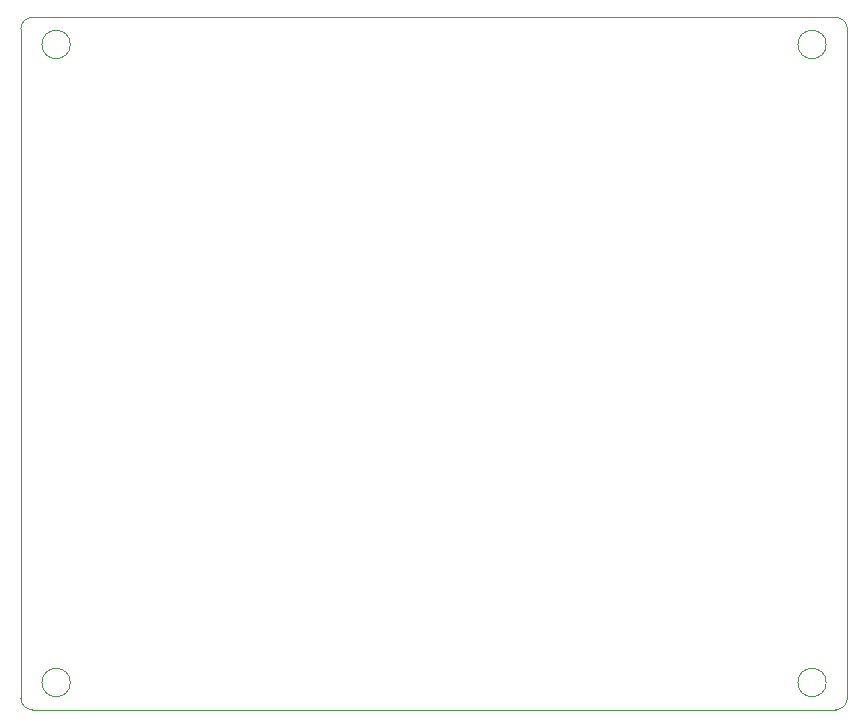
<source format=gbr>
G04 #@! TF.GenerationSoftware,KiCad,Pcbnew,7.0.10*
G04 #@! TF.CreationDate,2024-01-20T12:59:07+03:00*
G04 #@! TF.ProjectId,Eco_display,45636f5f-6469-4737-906c-61792e6b6963,rev?*
G04 #@! TF.SameCoordinates,Original*
G04 #@! TF.FileFunction,Profile,NP*
%FSLAX46Y46*%
G04 Gerber Fmt 4.6, Leading zero omitted, Abs format (unit mm)*
G04 Created by KiCad (PCBNEW 7.0.10) date 2024-01-20 12:59:07*
%MOMM*%
%LPD*%
G01*
G04 APERTURE LIST*
G04 #@! TA.AperFunction,Profile*
%ADD10C,0.001000*%
G04 #@! TD*
G04 APERTURE END LIST*
D10*
X191684709Y-58775791D02*
G75*
G03*
X190684725Y-57775791I-1000009J-9D01*
G01*
X125884725Y-60075791D02*
G75*
G03*
X123484725Y-60075791I-1200000J0D01*
G01*
X123484725Y-60075791D02*
G75*
G03*
X125884725Y-60075791I1200000J0D01*
G01*
X125884725Y-114095791D02*
G75*
G03*
X123484725Y-114095791I-1200000J0D01*
G01*
X123484725Y-114095791D02*
G75*
G03*
X125884725Y-114095791I1200000J0D01*
G01*
X122684725Y-57775825D02*
G75*
G03*
X121684725Y-58775791I-25J-999975D01*
G01*
X191684725Y-115395791D02*
X191684725Y-58775791D01*
X121684725Y-58775791D02*
X121684725Y-115395791D01*
X122684725Y-116395791D02*
X190684725Y-116395791D01*
X121684709Y-115395791D02*
G75*
G03*
X122684725Y-116395791I999991J-9D01*
G01*
X190684725Y-116395825D02*
G75*
G03*
X191684725Y-115395791I-25J1000025D01*
G01*
X189884725Y-114095791D02*
G75*
G03*
X187484725Y-114095791I-1200000J0D01*
G01*
X187484725Y-114095791D02*
G75*
G03*
X189884725Y-114095791I1200000J0D01*
G01*
X190684725Y-57775791D02*
X122684725Y-57775791D01*
X189884725Y-60075791D02*
G75*
G03*
X187484725Y-60075791I-1200000J0D01*
G01*
X187484725Y-60075791D02*
G75*
G03*
X189884725Y-60075791I1200000J0D01*
G01*
M02*

</source>
